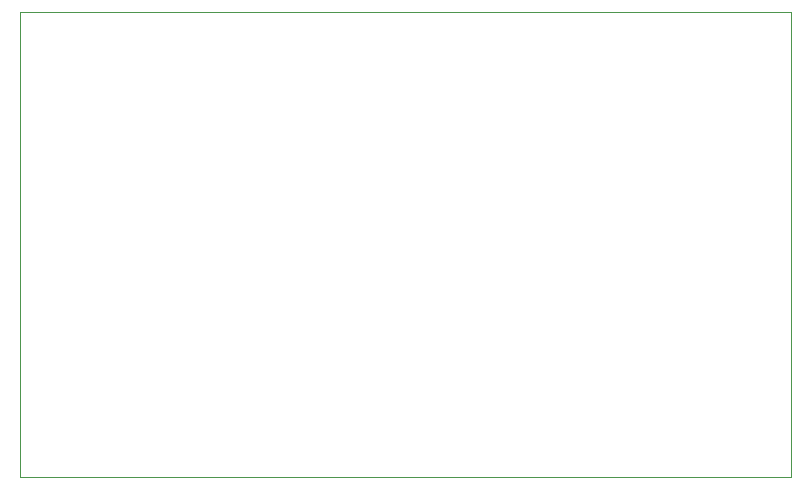
<source format=gm1>
%TF.GenerationSoftware,KiCad,Pcbnew,(5.1.6)-1*%
%TF.CreationDate,2020-12-09T16:37:23-06:00*%
%TF.ProjectId,WiperModule,57697065-724d-46f6-9475-6c652e6b6963,rev?*%
%TF.SameCoordinates,Original*%
%TF.FileFunction,Profile,NP*%
%FSLAX46Y46*%
G04 Gerber Fmt 4.6, Leading zero omitted, Abs format (unit mm)*
G04 Created by KiCad (PCBNEW (5.1.6)-1) date 2020-12-09 16:37:23*
%MOMM*%
%LPD*%
G01*
G04 APERTURE LIST*
%TA.AperFunction,Profile*%
%ADD10C,0.050000*%
%TD*%
G04 APERTURE END LIST*
D10*
X113538000Y-115570000D02*
X113538000Y-76200000D01*
X178816000Y-115570000D02*
X113538000Y-115570000D01*
X178816000Y-76200000D02*
X178816000Y-115570000D01*
X113538000Y-76200000D02*
X178816000Y-76200000D01*
M02*

</source>
